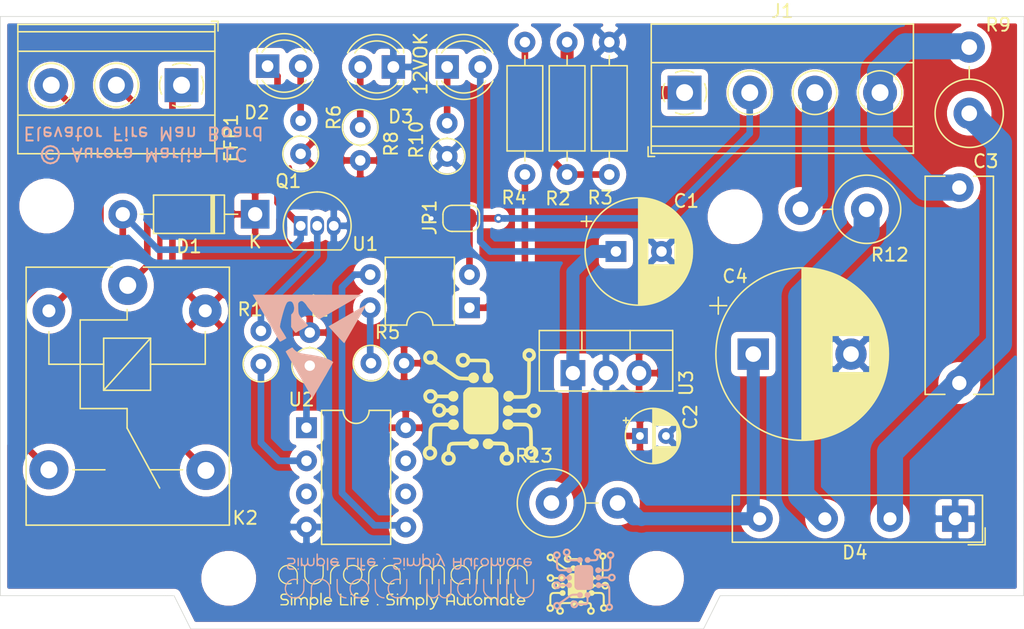
<source format=kicad_pcb>
(kicad_pcb (version 20171130) (host pcbnew "(5.1.4)-1")
  (layers (0 F.Cu signal) (31 B.Cu signal) (34 B.Paste user) (35 F.Paste user) (36 B.SilkS user) (37 F.SilkS user) (38 B.Mask user) (39 F.Mask user) (44 Edge.Cuts user))
  (net 0 "")
  (net 1 GND)
  (net 2 +5V)
  (net 3 "Net-(D2-Pad2)")
  (net 4 "Net-(D3-Pad2)")
  (net 5 MOSI)
  (net 6 Reset)
  (net 7 "Net-(Q1-Pad2)")
  (net 8 /Relay)
  (net 9 "Net-(R2-Pad1)")
  (net 10 "Net-(R4-Pad1)")
  (net 11 /DC+)
  (net 12 "Net-(12VOK2-Pad1)")
  (net 13 "Net-(EFP1-Pad1)")
  (net 14 "Net-(EFP1-Pad2)")
  (net 15 "Net-(EFP1-Pad3)")
  (net 16 "Net-(R5-Pad1)")
  (net 17 "Net-(C3-Pad1)")
  (net 18 "Net-(C4-Pad1)")
  (net 19 "Net-(D1-Pad2)")
  (net 20 "Net-(D4-Pad3)")
  (net 21 ACL)
  (net 22 FP)
  (net 23 FN)
  (net 24 ACN)
  (module MountingHole:MountingHole_3.2mm_M3 (layer F.Cu) (at 117.983 47.117)
    (fp_text reference REF** hide)
    (fp_text value MountingHole_3.2mm_M3 hide)
    (pad 1 np_thru_hole circle (at 0 0) (size 3.2 3.2) (drill 3.2) (layers *.Cu *.Mask))
  )
  (module MountingHole:MountingHole_3.2mm_M3 (layer F.Cu) (at 65.151 46.2915)
    (fp_text reference REF** hide)
    (fp_text value MountingHole_3.2mm_M3 hide)
    (pad 1 np_thru_hole circle (at 0 0) (size 3.2 3.2) (drill 3.2) (layers *.Cu *.Mask))
  )
  (module MountingHole:MountingHole_3.2mm_M3 (layer F.Cu) (at 111.9505 74.8665)
    (fp_text reference REF** hide)
    (fp_text value MountingHole_3.2mm_M3 hide)
    (pad 1 np_thru_hole circle (at 0 0) (size 3.2 3.2) (drill 3.2) (layers *.Cu *.Mask))
  )
  (module MountingHole:MountingHole_3.2mm_M3 (layer F.Cu) (at 79.121 74.8665)
    (fp_text reference REF** hide)
    (fp_text value MountingHole_3.2mm_M3 hide)
    (pad 1 np_thru_hole circle (at 0 0) (size 3.2 3.2) (drill 3.2) (layers *.Cu *.Mask))
  )
  (module auroramarlin:aurora_Marlin (layer F.Cu) (at 95.631 75.2475)
    (fp_text reference G*** hide)
    (fp_text value LOGO hide)
  )
  (module Package_DIP:DIP-8_W7.62mm (layer F.Cu) (at 85.09 63.3095)
    (fp_text reference U2 (at -0.381 -2.159) (layer F.SilkS))
    (fp_text value ATtiny13-20PU)
    (pad 1 thru_hole rect (at 0 0) (size 1.6 1.6) (drill 0.8) (layers *.Cu *.Mask) (net 6 Reset))
    (pad 5 thru_hole oval (at 7.62 7.62) (size 1.6 1.6) (drill 0.8) (layers *.Cu *.Mask) (net 5 MOSI))
    (pad 2 thru_hole oval (at 0 2.54) (size 1.6 1.6) (drill 0.8) (layers *.Cu *.Mask) (net 8 /Relay))
    (pad 6 thru_hole oval (at 7.62 5.08) (size 1.6 1.6) (drill 0.8) (layers *.Cu *.Mask))
    (pad 3 thru_hole oval (at 0 5.08) (size 1.6 1.6) (drill 0.8) (layers *.Cu *.Mask))
    (pad 7 thru_hole oval (at 7.62 2.54) (size 1.6 1.6) (drill 0.8) (layers *.Cu *.Mask))
    (pad 4 thru_hole oval (at 0 7.62) (size 1.6 1.6) (drill 0.8) (layers *.Cu *.Mask) (net 1 GND))
    (pad 8 thru_hole oval (at 7.62 0) (size 1.6 1.6) (drill 0.8) (layers *.Cu *.Mask) (net 2 +5V))
  )
  (module Capacitor_THT:CP_Radial_D13.0mm_P7.50mm (layer F.Cu) (at 119.38 57.658)
    (fp_text reference C4 (at -1.397 -5.969) (layer F.SilkS))
    (fp_text value "1000uF 50V")
    (pad 1 thru_hole rect (at 0 0) (size 2.4 2.4) (drill 1.2) (layers *.Cu *.Mask) (net 18 "Net-(C4-Pad1)"))
    (pad 2 thru_hole circle (at 7.5 0) (size 2.4 2.4) (drill 1.2) (layers *.Cu *.Mask) (net 1 GND))
  )
  (module Diode_THT:Diode_Bridge_19.0x3.5x10.0mm_P5.0mm (layer F.Cu) (at 134.874 70.2945 180)
    (fp_text reference D4 (at 7.7 -2.6 180) (layer F.SilkS))
    (fp_text value D_Bridge_-AA+)
    (pad 4 thru_hole circle (at 15 0 180) (size 2 2) (drill 1) (layers *.Cu *.Mask) (net 18 "Net-(C4-Pad1)"))
    (pad 3 thru_hole circle (at 10 0 180) (size 2 2) (drill 1) (layers *.Cu *.Mask) (net 20 "Net-(D4-Pad3)"))
    (pad 2 thru_hole circle (at 5 0 180) (size 2 2) (drill 1) (layers *.Cu *.Mask) (net 17 "Net-(C3-Pad1)"))
    (pad 1 thru_hole rect (at 0 0 180) (size 2 2) (drill 1) (layers *.Cu *.Mask) (net 1 GND))
  )
  (module Resistor_THT:R_Axial_DIN0516_L15.5mm_D5.0mm_P5.08mm_Vertical (layer F.Cu) (at 135.9535 39.1795 90)
    (fp_text reference R9 (at 6.7945 2.2225 180) (layer F.SilkS))
    (fp_text value "470K 1W")
    (pad 2 thru_hole oval (at 5.08 0 90) (size 2.4 2.4) (drill 1.2) (layers *.Cu *.Mask) (net 21 ACL))
    (pad 1 thru_hole circle (at 0 0 90) (size 2.4 2.4) (drill 1.2) (layers *.Cu *.Mask) (net 17 "Net-(C3-Pad1)"))
  )
  (module Resistor_THT:R_Axial_DIN0516_L15.5mm_D5.0mm_P5.08mm_Vertical (layer F.Cu) (at 128.0795 46.5455 180)
    (fp_text reference R12 (at -1.778 -3.4925) (layer F.SilkS))
    (fp_text value "100R 1W")
    (pad 1 thru_hole circle (at 0 0 180) (size 2.4 2.4) (drill 1.2) (layers *.Cu *.Mask) (net 20 "Net-(D4-Pad3)"))
    (pad 2 thru_hole oval (at 5.08 0 180) (size 2.4 2.4) (drill 1.2) (layers *.Cu *.Mask) (net 24 ACN))
  )
  (module Resistor_THT:R_Axial_DIN0516_L15.5mm_D5.0mm_P5.08mm_Vertical (layer F.Cu) (at 103.886 69.088)
    (fp_text reference R13 (at -1.3335 -3.6195) (layer F.SilkS))
    (fp_text value "100R 1W")
    (pad 1 thru_hole circle (at 0 0) (size 2.4 2.4) (drill 1.2) (layers *.Cu *.Mask) (net 11 /DC+))
    (pad 2 thru_hole oval (at 5.08 0) (size 2.4 2.4) (drill 1.2) (layers *.Cu *.Mask) (net 18 "Net-(C4-Pad1)"))
  )
  (module Capacitor_THT:C_Rect_L16.5mm_W5.0mm_P15.00mm_MKT (layer F.Cu) (at 135.1915 59.8805 90)
    (fp_text reference C3 (at 17.018 2.032 180) (layer F.SilkS))
    (fp_text value "474K 400V")
    (pad 1 thru_hole circle (at 0 0 90) (size 2.2 2.2) (drill 1.1) (layers *.Cu *.Mask) (net 17 "Net-(C3-Pad1)"))
    (pad 2 thru_hole circle (at 15 0 90) (size 2.2 2.2) (drill 1.1) (layers *.Cu *.Mask) (net 21 ACL))
  )
  (module auroramarlin:auroraicon10x10 (layer F.Cu) (at 98.3615 61.595)
    (fp_text reference G*** hide)
    (fp_text value LOGO hide)
  )
  (module Symbol:ESD-Logo_8.9x8mm_SilkScreen (layer B.Cu) (at 85.344 57.0865)
    (fp_text reference REF** hide)
    (fp_text value ESD-Logo_8.9x8mm_SilkScreen hide)
  )
  (module auroramarlin:aurora_Marlin (layer B.Cu) (at 96.139 74.9935)
    (fp_text reference G*** hide)
    (fp_text value LOGO hide)
  )
  (module Capacitor_THT:CP_Radial_D8.0mm_P3.50mm (layer F.Cu) (at 108.839 49.784)
    (fp_text reference C1 (at 5.3975 -3.8735) (layer F.SilkS))
    (fp_text value "100uF 35V")
    (pad 1 thru_hole rect (at 0 0) (size 1.6 1.6) (drill 0.8) (layers *.Cu *.Mask) (net 11 /DC+))
    (pad 2 thru_hole circle (at 3.5 0) (size 1.6 1.6) (drill 0.8) (layers *.Cu *.Mask) (net 1 GND))
  )
  (module Capacitor_THT:CP_Radial_D4.0mm_P2.00mm (layer F.Cu) (at 110.6805 63.9445)
    (fp_text reference C2 (at 3.8735 -1.4605 270) (layer F.SilkS))
    (fp_text value "10uF 35V")
    (pad 1 thru_hole rect (at 0 0) (size 1.2 1.2) (drill 0.6) (layers *.Cu *.Mask) (net 2 +5V))
    (pad 2 thru_hole circle (at 2 0) (size 1.2 1.2) (drill 0.6) (layers *.Cu *.Mask) (net 1 GND))
  )
  (module TerminalBlock_Phoenix:TerminalBlock_Phoenix_MKDS-1,5-3_1x03_P5.00mm_Horizontal (layer F.Cu) (at 75.5015 37.0205 180)
    (fp_text reference EFP1 (at -3.81 -4.064 90) (layer F.SilkS))
    (fp_text value Output)
    (pad 1 thru_hole rect (at 0 0 180) (size 2.6 2.6) (drill 1.3) (layers *.Cu *.Mask) (net 13 "Net-(EFP1-Pad1)"))
    (pad 2 thru_hole circle (at 5 0 180) (size 2.6 2.6) (drill 1.3) (layers *.Cu *.Mask) (net 14 "Net-(EFP1-Pad2)"))
    (pad 3 thru_hole circle (at 10 0 180) (size 2.6 2.6) (drill 1.3) (layers *.Cu *.Mask) (net 15 "Net-(EFP1-Pad3)"))
  )
  (module Relay_THT:Relay_SPDT_SANYOU_SRD_Series_Form_C (layer F.Cu) (at 71.374 52.3875 270)
    (fp_text reference K2 (at 17.8435 -9.017 180) (layer F.SilkS))
    (fp_text value SANYOU_SRD_Form_C)
    (pad 2 thru_hole circle (at 1.95 6.05) (size 2.5 2.5) (drill 1) (layers *.Cu *.Mask) (net 19 "Net-(D1-Pad2)"))
    (pad 3 thru_hole circle (at 14.15 6.05) (size 3 3) (drill 1.3) (layers *.Cu *.Mask) (net 15 "Net-(EFP1-Pad3)"))
    (pad 4 thru_hole circle (at 14.2 -6) (size 3 3) (drill 1.3) (layers *.Cu *.Mask) (net 13 "Net-(EFP1-Pad1)"))
    (pad 5 thru_hole circle (at 1.95 -5.95) (size 2.5 2.5) (drill 1) (layers *.Cu *.Mask) (net 2 +5V))
    (pad 1 thru_hole circle (at 0 0) (size 3 3) (drill 1.3) (layers *.Cu *.Mask) (net 14 "Net-(EFP1-Pad2)"))
  )
  (module Package_TO_SOT_THT:TO-92_Inline (layer F.Cu) (at 84.6455 47.8155)
    (fp_text reference Q1 (at -0.9525 -3.429) (layer F.SilkS))
    (fp_text value BC547)
    (pad 2 thru_hole oval (at 1.27 0) (size 1.05 1.5) (drill 0.75) (layers *.Cu *.Mask) (net 7 "Net-(Q1-Pad2)"))
    (pad 3 thru_hole oval (at 2.54 0) (size 1.05 1.5) (drill 0.75) (layers *.Cu *.Mask) (net 1 GND))
    (pad 1 thru_hole rect (at 0 0) (size 1.05 1.5) (drill 0.75) (layers *.Cu *.Mask) (net 19 "Net-(D1-Pad2)"))
  )
  (module Package_DIP:DIP-4_W7.62mm (layer F.Cu) (at 97.5995 54.102 180)
    (fp_text reference U1 (at 8.001 4.8895) (layer F.SilkS))
    (fp_text value PC817)
    (pad 1 thru_hole rect (at 0 0 180) (size 1.6 1.6) (drill 0.8) (layers *.Cu *.Mask) (net 10 "Net-(R4-Pad1)"))
    (pad 3 thru_hole oval (at 7.62 2.54 180) (size 1.6 1.6) (drill 0.8) (layers *.Cu *.Mask) (net 5 MOSI))
    (pad 2 thru_hole oval (at 0 2.54 180) (size 1.6 1.6) (drill 0.8) (layers *.Cu *.Mask) (net 23 FN))
    (pad 4 thru_hole oval (at 7.62 0 180) (size 1.6 1.6) (drill 0.8) (layers *.Cu *.Mask) (net 16 "Net-(R5-Pad1)"))
  )
  (module Package_TO_SOT_THT:TO-220-3_Vertical (layer F.Cu) (at 105.537 59.1185)
    (fp_text reference U3 (at 8.6995 0.762 270) (layer F.SilkS))
    (fp_text value LM7805_TO220)
    (pad 1 thru_hole rect (at 0 0) (size 1.905 2) (drill 1.1) (layers *.Cu *.Mask) (net 11 /DC+))
    (pad 2 thru_hole oval (at 2.54 0) (size 1.905 2) (drill 1.1) (layers *.Cu *.Mask) (net 1 GND))
    (pad 3 thru_hole oval (at 5.08 0) (size 1.905 2) (drill 1.1) (layers *.Cu *.Mask) (net 2 +5V))
  )
  (module Diode_THT:D_DO-41_SOD81_P10.16mm_Horizontal (layer F.Cu) (at 81.153 46.9265 180)
    (fp_text reference D1 (at 5.08 -2.47) (layer F.SilkS))
    (fp_text value 1N4001)
    (fp_text user K (at 0 -2.1) (layer F.SilkS))
    (pad 1 thru_hole rect (at 0 0 180) (size 2.2 2.2) (drill 1.1) (layers *.Cu *.Mask) (net 2 +5V))
    (pad 2 thru_hole oval (at 10.16 0 180) (size 2.2 2.2) (drill 1.1) (layers *.Cu *.Mask) (net 19 "Net-(D1-Pad2)"))
  )
  (module Resistor_THT:R_Axial_DIN0207_L6.3mm_D2.5mm_P10.16mm_Horizontal (layer F.Cu) (at 105.0925 43.8785 90)
    (fp_text reference R2 (at -1.8415 -0.6985 180) (layer F.SilkS))
    (fp_text value "2K 1/2W")
    (pad 1 thru_hole circle (at 0 0 90) (size 1.6 1.6) (drill 0.8) (layers *.Cu *.Mask) (net 9 "Net-(R2-Pad1)"))
    (pad 2 thru_hole oval (at 10.16 0 90) (size 1.6 1.6) (drill 0.8) (layers *.Cu *.Mask) (net 22 FP))
  )
  (module Resistor_THT:R_Axial_DIN0207_L6.3mm_D2.5mm_P10.16mm_Horizontal (layer F.Cu) (at 108.331 33.7185 270)
    (fp_text reference R3 (at 11.938 0.6985 180) (layer F.SilkS))
    (fp_text value "1K 1/2W")
    (pad 1 thru_hole circle (at 0 0 270) (size 1.6 1.6) (drill 0.8) (layers *.Cu *.Mask) (net 1 GND))
    (pad 2 thru_hole oval (at 10.16 0 270) (size 1.6 1.6) (drill 0.8) (layers *.Cu *.Mask) (net 9 "Net-(R2-Pad1)"))
  )
  (module Resistor_THT:R_Axial_DIN0207_L6.3mm_D2.5mm_P10.16mm_Horizontal (layer F.Cu) (at 101.854 43.8785 90)
    (fp_text reference R4 (at -1.778 -0.8255 180) (layer F.SilkS))
    (fp_text value "10K 1/2W")
    (pad 2 thru_hole oval (at 10.16 0 90) (size 1.6 1.6) (drill 0.8) (layers *.Cu *.Mask) (net 9 "Net-(R2-Pad1)"))
    (pad 1 thru_hole circle (at 0 0 90) (size 1.6 1.6) (drill 0.8) (layers *.Cu *.Mask) (net 10 "Net-(R4-Pad1)"))
  )
  (module Resistor_THT:R_Axial_DIN0207_L6.3mm_D2.5mm_P2.54mm_Vertical (layer F.Cu) (at 89.2175 40.259 270)
    (fp_text reference R8 (at 1.27 -2.37 90) (layer F.SilkS))
    (fp_text value 330)
    (pad 2 thru_hole oval (at 2.54 0 270) (size 1.6 1.6) (drill 0.8) (layers *.Cu *.Mask) (net 2 +5V))
    (pad 1 thru_hole circle (at 0 0 270) (size 1.6 1.6) (drill 0.8) (layers *.Cu *.Mask) (net 4 "Net-(D3-Pad2)"))
  )
  (module Resistor_THT:R_Axial_DIN0207_L6.3mm_D2.5mm_P2.54mm_Vertical (layer F.Cu) (at 95.885 42.4815 90)
    (fp_text reference R10 (at 1.27 -2.37 90) (layer F.SilkS))
    (fp_text value 330)
    (pad 1 thru_hole circle (at 0 0 90) (size 1.6 1.6) (drill 0.8) (layers *.Cu *.Mask) (net 1 GND))
    (pad 2 thru_hole oval (at 2.54 0 90) (size 1.6 1.6) (drill 0.8) (layers *.Cu *.Mask) (net 12 "Net-(12VOK2-Pad1)"))
  )
  (module LED_THT:LED_D4.0mm (layer F.Cu) (at 95.885 35.6235)
    (fp_text reference 12VOK (at -2.032 -0.254 90) (layer F.SilkS))
    (fp_text value Blue)
    (pad 1 thru_hole rect (at 0 0) (size 1.8 1.8) (drill 0.9) (layers *.Cu *.Mask) (net 12 "Net-(12VOK2-Pad1)"))
    (pad 2 thru_hole circle (at 2.54 0) (size 1.8 1.8) (drill 0.9) (layers *.Cu *.Mask) (net 11 /DC+))
  )
  (module LED_THT:LED_D4.0mm (layer F.Cu) (at 91.7575 35.6235 180)
    (fp_text reference D3 (at -0.5715 -3.81) (layer F.SilkS))
    (fp_text value Green)
    (pad 2 thru_hole circle (at 2.54 0 180) (size 1.8 1.8) (drill 0.9) (layers *.Cu *.Mask) (net 4 "Net-(D3-Pad2)"))
    (pad 1 thru_hole rect (at 0 0 180) (size 1.8 1.8) (drill 0.9) (layers *.Cu *.Mask) (net 1 GND))
  )
  (module LED_THT:LED_D4.0mm (layer F.Cu) (at 82.1055 35.56)
    (fp_text reference D2 (at -0.8255 3.556) (layer F.SilkS))
    (fp_text value Red)
    (pad 1 thru_hole rect (at 0 0) (size 1.8 1.8) (drill 0.9) (layers *.Cu *.Mask) (net 19 "Net-(D1-Pad2)"))
    (pad 2 thru_hole circle (at 2.54 0) (size 1.8 1.8) (drill 0.9) (layers *.Cu *.Mask) (net 3 "Net-(D2-Pad2)"))
  )
  (module Resistor_THT:R_Axial_DIN0207_L6.3mm_D2.5mm_P2.54mm_Vertical (layer F.Cu) (at 84.6455 42.291 90)
    (fp_text reference R6 (at 2.794 2.54 90) (layer F.SilkS))
    (fp_text value 330)
    (pad 1 thru_hole circle (at 0 0 90) (size 1.6 1.6) (drill 0.8) (layers *.Cu *.Mask) (net 2 +5V))
    (pad 2 thru_hole oval (at 2.54 0 90) (size 1.6 1.6) (drill 0.8) (layers *.Cu *.Mask) (net 3 "Net-(D2-Pad2)"))
  )
  (module Jumper:SolderJumper-2_P1.3mm_Open_RoundedPad1.0x1.5mm (layer F.Cu) (at 96.9645 47.244 180)
    (fp_text reference JP1 (at 2.413 0.0635 270) (layer F.SilkS))
    (fp_text value GROUND)
    (pad 1 smd custom (at -0.65 0 180) (size 1 0.5) (layers F.Cu F.Mask) (net 23 FN) (options (clearance outline) (anchor rect)) (primitives (gr_circle (center 0 0.25) (end 0.5 0.25) (width 0)) (gr_circle (center 0 -0.25) (end 0.5 -0.25) (width 0)) (gr_poly (pts (xy 0 -0.75) (xy 0.5 -0.75) (xy 0.5 0.75) (xy 0 0.75)) (width 0))))
    (pad 2 smd custom (at 0.65 0 180) (size 1 0.5) (layers F.Cu F.Mask) (net 1 GND) (options (clearance outline) (anchor rect)) (primitives (gr_circle (center 0 0.25) (end 0.5 0.25) (width 0)) (gr_circle (center 0 -0.25) (end 0.5 -0.25) (width 0)) (gr_poly (pts (xy 0 -0.75) (xy -0.5 -0.75) (xy -0.5 0.75) (xy 0 0.75)) (width 0))))
  )
  (module TerminalBlock_Phoenix:TerminalBlock_Phoenix_MKDS-1,5-4_1x04_P5.00mm_Horizontal (layer F.Cu) (at 114.1095 37.592)
    (fp_text reference J1 (at 7.5 -6.26) (layer F.SilkS))
    (fp_text value Inputs)
    (pad 1 thru_hole rect (at 0 0) (size 2.6 2.6) (drill 1.3) (layers *.Cu *.Mask) (net 22 FP))
    (pad 2 thru_hole circle (at 5 0) (size 2.6 2.6) (drill 1.3) (layers *.Cu *.Mask) (net 23 FN))
    (pad 3 thru_hole circle (at 10 0) (size 2.6 2.6) (drill 1.3) (layers *.Cu *.Mask) (net 24 ACN))
    (pad 4 thru_hole circle (at 15 0) (size 2.6 2.6) (drill 1.3) (layers *.Cu *.Mask) (net 21 ACL))
  )
  (module Resistor_THT:R_Axial_DIN0207_L6.3mm_D2.5mm_P2.54mm_Vertical (layer F.Cu) (at 81.5975 58.42 90)
    (fp_text reference R1 (at 4.191 -0.8255 180) (layer F.SilkS))
    (fp_text value 10K)
    (pad 1 thru_hole circle (at 0 0 90) (size 1.6 1.6) (drill 0.8) (layers *.Cu *.Mask) (net 8 /Relay))
    (pad 2 thru_hole oval (at 2.54 0 90) (size 1.6 1.6) (drill 0.8) (layers *.Cu *.Mask) (net 7 "Net-(Q1-Pad2)"))
  )
  (module Resistor_THT:R_Axial_DIN0207_L6.3mm_D2.5mm_P2.54mm_Vertical (layer F.Cu) (at 90.043 58.3565)
    (fp_text reference R5 (at 1.27 -2.37) (layer F.SilkS))
    (fp_text value 4.7K)
    (pad 2 thru_hole oval (at 2.54 0) (size 1.6 1.6) (drill 0.8) (layers *.Cu *.Mask) (net 2 +5V))
    (pad 1 thru_hole circle (at 0 0) (size 1.6 1.6) (drill 0.8) (layers *.Cu *.Mask) (net 16 "Net-(R5-Pad1)"))
  )
  (module Resistor_THT:R_Axial_DIN0207_L6.3mm_D2.5mm_P2.54mm_Vertical (layer F.Cu) (at 85.344 58.547 90)
    (fp_text reference R7 (at 4.572 0.8255 90) (layer F.SilkS))
    (fp_text value 10K)
    (pad 1 thru_hole circle (at 0 0 90) (size 1.6 1.6) (drill 0.8) (layers *.Cu *.Mask) (net 6 Reset))
    (pad 2 thru_hole oval (at 2.54 0 90) (size 1.6 1.6) (drill 0.8) (layers *.Cu *.Mask) (net 2 +5V))
  )
  (gr_line (start 140.1318 76.2) (end 140.1572 31.75) (layer Edge.Cuts) (width 0.05))
  (gr_line (start 121.92 76.2) (end 140.1318 76.2) (layer Edge.Cuts) (width 0.05))
  (gr_text "© Aurora Marlin LLC\nElevator Fire Man Board" (at 72.5805 41.529 180) (layer B.SilkS) (effects (font (size 1 1)) (justify mirror)))
  (gr_line (start 74.93 76.2) (end 74.295 76.2) (layer Edge.Cuts) (width 0.05))
  (gr_line (start 76.2 78.74) (end 74.93 76.2) (layer Edge.Cuts) (width 0.05))
  (gr_line (start 116.84 76.2) (end 117.475 76.2) (layer Edge.Cuts) (width 0.05))
  (gr_line (start 115.57 78.74) (end 116.84 76.2) (layer Edge.Cuts) (width 0.05))
  (gr_line (start 76.2 78.74) (end 115.57 78.74) (layer Edge.Cuts) (width 0.05))
  (gr_line (start 117.475 76.2) (end 121.92 76.2) (layer Edge.Cuts) (width 0.05))
  (gr_line (start 61.595 76.2) (end 74.295 76.2) (layer Edge.Cuts) (width 0.05))
  (gr_line (start 61.595 31.75) (end 61.595 76.2) (layer Edge.Cuts) (width 0.05))
  (gr_line (start 61.595 31.75) (end 140.1572 31.75) (layer Edge.Cuts) (width 0.05))
  (via (at 94.6785 47.244) (size 0.6854) (drill 0.3302) (layers F.Cu B.Cu) (net 1))
  (segment (start 96.3145 47.244) (end 94.6785 47.244) (width 0.508) (layer F.Cu) (net 1))
  (segment (start 84.6455 35.56) (end 84.6455 39.751) (width 0.508) (layer F.Cu) (net 3))
  (segment (start 89.2175 35.6235) (end 89.2175 40.259) (width 0.508) (layer F.Cu) (net 4))
  (segment (start 92.583 70.8025) (end 92.71 70.9295) (width 0.508) (layer B.Cu) (net 5))
  (segment (start 90.297 70.8025) (end 92.583 70.8025) (width 0.508) (layer B.Cu) (net 5))
  (segment (start 87.8205 68.326) (end 90.297 70.8025) (width 0.508) (layer B.Cu) (net 5))
  (segment (start 87.8205 52.5145) (end 87.8205 68.326) (width 0.508) (layer B.Cu) (net 5))
  (segment (start 89.9795 51.562) (end 88.773 51.562) (width 0.508) (layer B.Cu) (net 5))
  (segment (start 88.773 51.562) (end 87.8205 52.5145) (width 0.508) (layer B.Cu) (net 5))
  (segment (start 85.09 58.801) (end 85.344 58.547) (width 0.508) (layer B.Cu) (net 6))
  (segment (start 85.09 63.3095) (end 85.09 58.801) (width 0.508) (layer B.Cu) (net 6))
  (segment (start 81.5975 54.4195) (end 81.5975 55.88) (width 0.508) (layer B.Cu) (net 7))
  (segment (start 85.9155 47.8155) (end 85.9155 50.1015) (width 0.508) (layer B.Cu) (net 7))
  (segment (start 85.9155 50.1015) (end 81.5975 54.4195) (width 0.508) (layer B.Cu) (net 7))
  (segment (start 82.9945 65.8495) (end 85.09 65.8495) (width 0.508) (layer B.Cu) (net 8))
  (segment (start 81.5975 58.42) (end 81.5975 64.4525) (width 0.508) (layer B.Cu) (net 8))
  (segment (start 81.5975 64.4525) (end 82.9945 65.8495) (width 0.508) (layer B.Cu) (net 8))
  (segment (start 101.854 40.64) (end 105.0925 43.8785) (width 0.508) (layer F.Cu) (net 9))
  (segment (start 101.854 33.7185) (end 101.854 40.64) (width 0.508) (layer F.Cu) (net 9))
  (segment (start 105.0925 43.8785) (end 108.331 43.8785) (width 0.508) (layer F.Cu) (net 9))
  (segment (start 101.854 45.00987) (end 101.854 43.8785) (width 0.508) (layer F.Cu) (net 10))
  (segment (start 101.854 51.1555) (end 101.854 45.00987) (width 0.508) (layer F.Cu) (net 10))
  (segment (start 98.9075 54.102) (end 101.854 51.1555) (width 0.508) (layer F.Cu) (net 10))
  (segment (start 97.5995 54.102) (end 98.9075 54.102) (width 0.508) (layer F.Cu) (net 10))
  (segment (start 105.537 59.071) (end 105.537 59.1185) (width 1) (layer B.Cu) (net 11))
  (segment (start 105.537 51.3715) (end 105.537 59.071) (width 1) (layer B.Cu) (net 11))
  (segment (start 108.839 49.784) (end 107.1245 49.784) (width 1) (layer B.Cu) (net 11))
  (segment (start 107.1245 49.784) (end 105.537 51.3715) (width 1) (layer B.Cu) (net 11))
  (segment (start 98.425 36.896292) (end 98.425 35.6235) (width 0.508) (layer B.Cu) (net 11))
  (segment (start 98.425 49.022) (end 98.425 36.896292) (width 0.508) (layer B.Cu) (net 11))
  (segment (start 108.839 49.784) (end 99.187 49.784) (width 0.508) (layer B.Cu) (net 11))
  (segment (start 99.187 49.784) (end 98.425 49.022) (width 0.508) (layer B.Cu) (net 11))
  (segment (start 105.7275 59.309) (end 105.537 59.1185) (width 1) (layer B.Cu) (net 11))
  (segment (start 103.886 69.088) (end 105.7275 67.2465) (width 1) (layer B.Cu) (net 11))
  (segment (start 105.7275 67.2465) (end 105.7275 59.309) (width 1) (layer B.Cu) (net 11))
  (segment (start 95.885 35.6235) (end 95.885 39.9415) (width 0.508) (layer F.Cu) (net 12))
  (segment (start 74.803 37.719) (end 75.5015 37.0205) (width 0.508) (layer F.Cu) (net 13))
  (segment (start 77.374 66.5875) (end 74.803 64.0165) (width 0.508) (layer F.Cu) (net 13))
  (segment (start 74.803 64.0165) (end 74.803 37.719) (width 0.508) (layer F.Cu) (net 13))
  (segment (start 71.801499 38.320499) (end 70.5015 37.0205) (width 0.508) (layer F.Cu) (net 14))
  (segment (start 72.873999 39.392999) (end 71.801499 38.320499) (width 0.508) (layer F.Cu) (net 14))
  (segment (start 72.873999 50.887501) (end 72.873999 39.392999) (width 0.508) (layer F.Cu) (net 14))
  (segment (start 71.374 52.3875) (end 72.873999 50.887501) (width 0.508) (layer F.Cu) (net 14))
  (segment (start 66.801499 38.320499) (end 65.5015 37.0205) (width 0.508) (layer F.Cu) (net 15))
  (segment (start 69.2785 40.7975) (end 66.801499 38.320499) (width 0.508) (layer F.Cu) (net 15))
  (segment (start 69.2785 47.639722) (end 69.2785 40.7975) (width 0.508) (layer F.Cu) (net 15))
  (segment (start 63.0555 53.862722) (end 69.2785 47.639722) (width 0.508) (layer F.Cu) (net 15))
  (segment (start 65.324 66.5375) (end 63.0555 64.269) (width 0.508) (layer F.Cu) (net 15))
  (segment (start 63.0555 64.269) (end 63.0555 53.862722) (width 0.508) (layer F.Cu) (net 15))
  (segment (start 89.9795 58.293) (end 90.043 58.3565) (width 0.508) (layer B.Cu) (net 16))
  (segment (start 89.9795 54.102) (end 89.9795 58.293) (width 0.508) (layer B.Cu) (net 16))
  (segment (start 136.291499 58.780501) (end 135.1915 59.8805) (width 2) (layer B.Cu) (net 17))
  (segment (start 138.2395 56.8325) (end 136.291499 58.780501) (width 2) (layer B.Cu) (net 17))
  (segment (start 135.9535 39.1795) (end 138.2395 41.4655) (width 2) (layer B.Cu) (net 17))
  (segment (start 138.2395 41.4655) (end 138.2395 56.8325) (width 2) (layer B.Cu) (net 17))
  (segment (start 129.874 65.198) (end 135.1915 59.8805) (width 2) (layer B.Cu) (net 17))
  (segment (start 129.874 70.2945) (end 129.874 65.198) (width 2) (layer B.Cu) (net 17))
  (segment (start 119.38 69.8005) (end 119.874 70.2945) (width 1) (layer B.Cu) (net 18))
  (segment (start 119.38 57.658) (end 119.38 69.8005) (width 1) (layer B.Cu) (net 18))
  (segment (start 109.5375 69.088) (end 110.8075 70.358) (width 1) (layer B.Cu) (net 18))
  (segment (start 108.966 69.088) (end 109.5375 69.088) (width 1) (layer B.Cu) (net 18))
  (segment (start 119.874 70.2945) (end 110.1725 70.2945) (width 1) (layer B.Cu) (net 18))
  (segment (start 110.1725 70.2945) (end 108.966 69.088) (width 1) (layer B.Cu) (net 18))
  (segment (start 82.8675 46.0375) (end 84.6455 47.8155) (width 0.508) (layer F.Cu) (net 19))
  (segment (start 82.1055 35.56) (end 82.8675 36.322) (width 0.508) (layer F.Cu) (net 19))
  (segment (start 82.8675 36.322) (end 82.8675 46.0375) (width 0.508) (layer F.Cu) (net 19))
  (segment (start 84.6455 48.8315) (end 84.6455 47.8155) (width 0.508) (layer B.Cu) (net 19))
  (segment (start 83.832 49.645) (end 84.6455 48.8315) (width 0.508) (layer B.Cu) (net 19))
  (segment (start 73.7115 49.645) (end 83.832 49.645) (width 0.508) (layer B.Cu) (net 19))
  (segment (start 70.993 46.9265) (end 73.7115 49.645) (width 0.508) (layer B.Cu) (net 19))
  (segment (start 70.358 46.99) (end 70.9295 46.99) (width 0.508) (layer B.Cu) (net 19))
  (segment (start 70.9295 46.99) (end 70.993 46.9265) (width 0.508) (layer B.Cu) (net 19))
  (segment (start 70.9295 46.4185) (end 70.1675 47.1805) (width 0.508) (layer F.Cu) (net 19))
  (segment (start 65.324 54.3375) (end 65.324 53.675) (width 0.508) (layer F.Cu) (net 19))
  (segment (start 70.993 48.6685) (end 70.993 46.9265) (width 0.508) (layer F.Cu) (net 19))
  (segment (start 65.324 54.3375) (end 70.993 48.6685) (width 0.508) (layer F.Cu) (net 19))
  (segment (start 123.063 68.4835) (end 124.874 70.2945) (width 2) (layer B.Cu) (net 20))
  (segment (start 123.063 53.259056) (end 123.063 68.4835) (width 2) (layer B.Cu) (net 20))
  (segment (start 128.0795 46.5455) (end 128.0795 48.242556) (width 2) (layer B.Cu) (net 20))
  (segment (start 128.0795 48.242556) (end 123.063 53.259056) (width 2) (layer B.Cu) (net 20))
  (segment (start 135.89 34.036) (end 135.9535 34.0995) (width 2) (layer B.Cu) (net 21))
  (segment (start 131.064 34.036) (end 135.89 34.036) (width 2) (layer B.Cu) (net 21))
  (segment (start 129.1095 37.592) (end 129.1095 35.9905) (width 2) (layer B.Cu) (net 21))
  (segment (start 129.1095 35.9905) (end 131.064 34.036) (width 2) (layer B.Cu) (net 21))
  (segment (start 132.6375 44.8805) (end 135.1915 44.8805) (width 2) (layer B.Cu) (net 21))
  (segment (start 129.1095 37.592) (end 129.1095 41.3525) (width 2) (layer B.Cu) (net 21))
  (segment (start 129.1095 41.3525) (end 132.6375 44.8805) (width 2) (layer B.Cu) (net 21))
  (segment (start 106.8705 37.592) (end 114.1095 37.592) (width 1) (layer F.Cu) (net 22))
  (segment (start 105.0925 33.7185) (end 105.0925 35.814) (width 1) (layer F.Cu) (net 22))
  (segment (start 105.0925 35.814) (end 106.8705 37.592) (width 1) (layer F.Cu) (net 22))
  (segment (start 97.5995 47.259) (end 97.6145 47.244) (width 0.508) (layer F.Cu) (net 23))
  (segment (start 97.5995 51.562) (end 97.5995 47.259) (width 0.508) (layer F.Cu) (net 23))
  (via (at 99.821998 47.244) (size 0.6854) (drill 0.3302) (layers F.Cu B.Cu) (net 23))
  (segment (start 97.6145 47.244) (end 99.821998 47.244) (width 0.508) (layer F.Cu) (net 23))
  (segment (start 100.306648 47.244) (end 99.821998 47.244) (width 0.508) (layer B.Cu) (net 23))
  (segment (start 112.5855 47.244) (end 100.306648 47.244) (width 0.508) (layer B.Cu) (net 23))
  (segment (start 119.1095 37.592) (end 119.1095 40.72) (width 0.508) (layer B.Cu) (net 23))
  (segment (start 119.1095 40.72) (end 112.5855 47.244) (width 0.508) (layer B.Cu) (net 23))
  (segment (start 124.1095 45.4355) (end 122.9995 46.5455) (width 2) (layer B.Cu) (net 24))
  (segment (start 124.1095 37.592) (end 124.1095 45.4355) (width 2) (layer B.Cu) (net 24))
  (zone (net 2) (net_name +5V) (layer F.Cu) (connect_pads (clearance 0.508)) (min_thickness 0.254) (fill yes (arc_segments 32) (thermal_gap 0.508) (thermal_bridge_width 0.508))
    (polygon (pts (xy 61.722 31.877) (xy 140.0556 31.9024) (xy 140.0556 76.0984) (xy 116.84 76.073) (xy 115.57 78.613) (xy 76.2635 78.613) (xy 74.9935 76.073) (xy 61.722 76.073)))
  )
  (zone (net 1) (net_name GND) (layer B.Cu) (connect_pads (clearance 0.508)) (min_thickness 0.254) (fill yes (arc_segments 32) (thermal_gap 0.508) (thermal_bridge_width 0.508))
    (polygon (pts (xy 61.722 31.877) (xy 140.0556 31.877) (xy 140.0556 76.073) (xy 116.84 76.073) (xy 115.57 78.613) (xy 76.2635 78.613) (xy 74.9935 76.073) (xy 61.722 76.073)))
  )
)
</source>
